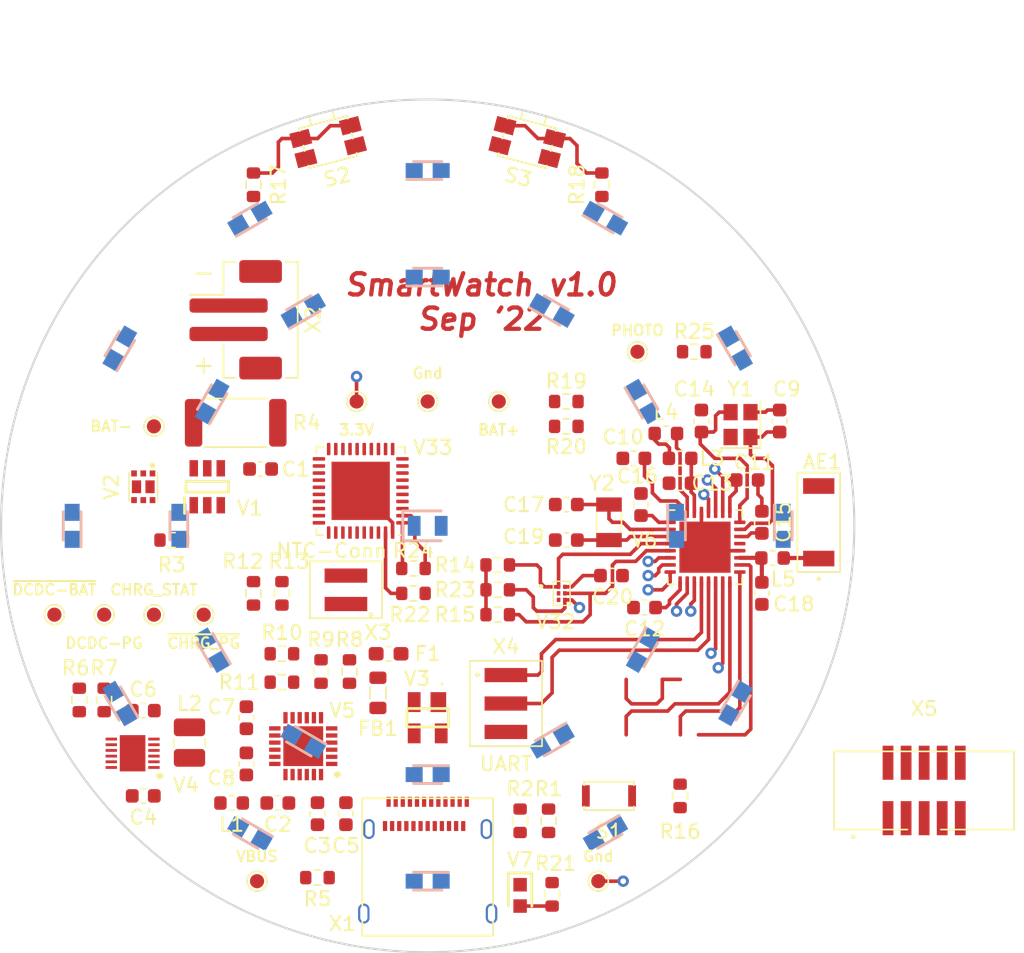
<source format=kicad_pcb>
(kicad_pcb (version 20211014) (generator pcbnew)
  (title_block (title "SmartWatch") (date "2022-09-02") (rev "0.1") (comment 4 "Simon Brenninger"))
  (layers (0 "F.Cu" signal) (1 "In1.Cu" power) (2 "In2.Cu" power) (31 "B.Cu" signal) (34 "B.Paste" user) (35 "F.Paste" user) (36 "B.SilkS" user "B.Silkscreen") (37 "F.SilkS" user "F.Silkscreen") (38 "B.Mask" user) (39 "F.Mask" user) (44 "Edge.Cuts" user))
  (net 0 "")
  (net 1 "Net-(C1-Pad1)")
  (net 2 "BAT-")
  (net 3 "Net-(C2-Pad1)")
  (net 4 "Net-(C2-Pad2)")
  (net 5 "/Power/PMID")
  (net 6 "BAT_PROT-")
  (net 7 "3.3V")
  (net 8 "CHRG_OUT")
  (net 9 "BAT_PROT+")
  (net 10 "/MCU/DEC4")
  (net 11 "/MCU/DEC3")
  (net 12 "HSE1")
  (net 13 "/MCU/DEC1")
  (net 14 "HSE2")
  (net 15 "LSE1")
  (net 16 "LSE2")
  (net 17 "Net-(L2-Pad1)")
  (net 18 "Net-(L2-Pad2)")
  (net 19 "Net-(L3-Pad1)")
  (net 20 "/MCU/DCC")
  (net 21 "/Power/CC2")
  (net 22 "/Power/CC1")
  (net 23 "Net-(R3-Pad2)")
  (net 24 "/Power/Shield")
  (net 25 "Net-(R6-Pad1)")
  (net 26 "Net-(R7-Pad1)")
  (net 27 "/Power/CHRG_STAT")
  (net 28 "/Power/~{CHRG_PG}")
  (net 29 "/Power/ILIM")
  (net 30 "/Power/ICHG")
  (net 31 "REGN")
  (net 32 "/Power/NTC_IN")
  (net 33 "SCL")
  (net 34 "SDA")
  (net 35 "NRST")
  (net 36 "BTN0")
  (net 37 "BTN1")
  (net 38 "BAT_SENS")
  (net 39 "Net-(R21-Pad2)")
  (net 40 "Net-(R22-Pad2)")
  (net 41 "GYRO_INT")
  (net 42 "Net-(R24-Pad2)")
  (net 43 "PHOTO")
  (net 44 "VBUS")
  (net 45 "Net-(V1-Pad1)")
  (net 46 "Net-(V1-Pad3)")
  (net 48 "Net-(V2-Pad3)")
  (net 49 "USB_D-")
  (net 50 "USB_D+")
  (net 52 "RXD")
  (net 53 "TXD")
  (net 54 "CS_IO")
  (net 55 "MISO")
  (net 56 "MOSI")
  (net 57 "SCK")
  (net 58 "DBG_LED")
  (net 59 "SWDCLK")
  (net 60 "SWDIO")
  (net 62 "Ring0_0")
  (net 63 "Ring0_1")
  (net 64 "Ring0_2")
  (net 65 "Ring0_3")
  (net 66 "Ring0_4")
  (net 67 "Ring0_5")
  (net 68 "Ring0_6")
  (net 69 "Ring0_7")
  (net 70 "Ring0_8")
  (net 71 "Ring0_9")
  (net 72 "Ring0_10")
  (net 73 "Ring0_11")
  (net 74 "Ring1_0")
  (net 75 "Ring1_1")
  (net 76 "Ring1_2")
  (net 77 "Ring1_3")
  (net 78 "Ring1_4")
  (net 79 "Ring1_5")
  (net 80 "Ring1_6")
  (net 81 "Ring1_7")
  (net 82 "Ring1_8")
  (net 83 "Ring1_9")
  (net 84 "Ring1_10")
  (net 85 "Ring1_11")
  (net 96 "/MCU/ANT_IN")
  (net 97 "/MCU/ANT_TP")
  (net 98 "Net-(F1-Pad2)")
  (net 99 "VBUS_CONN")
  (footprint "myLib:PinHeader_2x05_P1.27mm_Vertical_SMD" (layer "F.Cu") (at 184.912 118.618)
    (fp_text reference "X5")
    (fp_text value "SWD")
  )
  (footprint "LED red:LEDC1608X80N" (layer "F.Cu") (at 156.5 126 -90)
    (fp_text reference "V7")
    (fp_text value "DBG_LED" hide)
  )
  (footprint "Crystal:Crystal_SMD_3215-2Pin_3.2x1.5mm" (layer "F.Cu") (at 162.75 99.75 -90)
    (fp_text reference "Y2")
    (fp_text value "32.768k" hide)
  )
  (footprint "Charger:QFN50P400X400X100-25N" (layer "F.Cu") (at 141.25 115.5 180)
    (fp_text reference "V5")
    (fp_text value "BQ25606RGET" hide)
  )
  (footprint "Capacitor_SMD:C_0603_1608Metric" (layer "F.Cu") (at 164.5 95.25 180)
    (fp_text reference "C10")
    (fp_text value "4u7" hide)
  )
  (footprint "TestPoint:TestPoint_Pad_D1.0mm" (layer "F.Cu") (at 150 91.25)
    (fp_text reference "TP2" hide)
    (fp_text value "Gnd")
  )
  (footprint "Connector_JST:JST_PH_B2B-PH-SM4-TB_1x02-1MP_P2.00mm_Vertical" (layer "F.Cu") (at 136.5 85.5 -90)
    (fp_text reference "X2")
    (fp_text value "Bat-Conn")
  )
  (footprint "Resistor_SMD:R_0603_1608Metric" (layer "F.Cu") (at 168.75 87.75)
    (fp_text reference "R25")
    (fp_text value "2k7")
  )
  (footprint "Gyroscope:MXC4005XC" (layer "F.Cu") (at 159.425 104.75)
    (fp_text reference "V32")
    (fp_text value "MXC4005XC" hide)
  )
  (footprint "Capacitor_SMD:C_0603_1608Metric" (layer "F.Cu") (at 144.25 120.25 -90)
    (fp_text reference "C5")
    (fp_text value "1u")
  )
  (footprint "Resistor_SMD:R_0603_1608Metric" (layer "F.Cu") (at 154.925 104.5)
    (fp_text reference "R23")
    (fp_text value "4k7" hide)
  )
  (footprint "Resistor_SMD:R_0603_1608Metric" (layer "F.Cu") (at 127.25 112.25 90)
    (fp_text reference "R7")
    (fp_text value "10k")
  )
  (footprint "TestPoint:TestPoint_Pad_D1.0mm" (layer "F.Cu") (at 134.25 106.25)
    (fp_text reference "TP10" hide)
    (fp_text value "~{CHRG_PG}")
  )
  (footprint "Capacitor_SMD:C_0603_1608Metric" (layer "F.Cu") (at 162.925 103.5)
    (fp_text reference "C20")
    (fp_text value "4u7" hide)
  )
  (footprint "Resistor_SMD:R_0603_1608Metric" (layer "F.Cu") (at 162.25 76 90)
    (fp_text reference "R18")
    (fp_text value "10k")
  )
  (footprint "Resistor_SMD:R_0603_1608Metric" (layer "F.Cu") (at 158.5 120.75 90)
    (fp_text reference "R1")
    (fp_text value "5k11" hide)
  )
  (footprint "myLib:Tactile_Panasonic_EVQP7J01P" (layer "F.Cu") (at 157 73 165.5)
    (fp_text reference "S3")
    (fp_text value "BTN1")
  )
  (footprint "Capacitor_SMD:C_0603_1608Metric" (layer "F.Cu") (at 165 98.5 90)
    (fp_text reference "C16")
    (fp_text value "100n" hide)
  )
  (footprint "Package_DFN_QFN:QFN-32-1EP_5x5mm_P0.5mm_EP3.6x3.6mm" (layer "F.Cu") (at 169.5 101.5)
    (fp_text reference "V6")
    (fp_text value "nRF52810-QCxx" hide)
  )
  (footprint "Resistor_SMD:R_0603_1608Metric" (layer "F.Cu") (at 139.75 104.75 90)
    (fp_text reference "R13")
    (fp_text value "30k")
  )
  (footprint "Capacitor_SMD:C_0603_1608Metric" (layer "F.Cu") (at 174.75 92.625 -90)
    (fp_text reference "C9")
    (fp_text value "12p" hide)
  )
  (footprint "Resistor_SMD:R_0603_1608Metric" (layer "F.Cu") (at 137.75 76 90)
    (fp_text reference "R17")
    (fp_text value "10k")
  )
  (footprint "TestPoint:TestPoint_Pad_D1.0mm" (layer "F.Cu") (at 162 125)
    (fp_text reference "TP6" hide)
    (fp_text value "Gnd")
  )
  (footprint "Resistor_SMD:R_0603_1608Metric" (layer "F.Cu") (at 159.75 93 180)
    (fp_text reference "R20")
    (fp_text value "100k")
  )
  (footprint "Resistor_SMD:R_0603_1608Metric" (layer "F.Cu") (at 156.5 120.75 90)
    (fp_text reference "R2")
    (fp_text value "5k11" hide)
  )
  (footprint "myLib:USB_C_Receptacle_Amphenol_12401598" (layer "F.Cu") (at 150 123.58)
    (fp_text reference "X1")
    (fp_text value "USB_C_Receptacle_USB2.0" hide)
  )
  (footprint "Inductor_SMD:L_1008_2520Metric" (layer "F.Cu") (at 133.25 115.25 90)
    (fp_text reference "L2")
    (fp_text value "2u2")
  )
  (footprint "TestPoint:TestPoint_Pad_D1.0mm" (layer "F.Cu") (at 130.75 93)
    (fp_text reference "TP4" hide)
    (fp_text value "BAT-")
  )
  (footprint "myLib:Tactile_E-Switch_TL3780AF240QG" (layer "F.Cu") (at 162.75 119)
    (fp_text reference "S1")
    (fp_text value "nRST")
  )
  (footprint "Capacitor_SMD:C_0603_1608Metric" (layer "F.Cu") (at 138.25 96 180)
    (fp_text reference "C1")
    (fp_text value "100n")
  )
  (footprint "myLib:Tactile_Panasonic_EVQP7J01P" (layer "F.Cu") (at 143 73 -165.5)
    (fp_text reference "S2")
    (fp_text value "BTN0")
  )
  (footprint "Capacitor_SMD:C_0603_1608Metric" (layer "F.Cu") (at 173.5 99.75 90)
    (fp_text reference "C15")
    (fp_text value "100p" hide)
  )
  (footprint "Inductor_SMD:L_0603_1608Metric" (layer "F.Cu") (at 136.2125 119.5 180)
    (fp_text reference "L1")
    (fp_text value "1u")
  )
  (footprint "Capacitor_SMD:C_0603_1608Metric" (layer "F.Cu") (at 137.25 116.75 -90)
    (fp_text reference "C8")
    (fp_text value "10u")
  )
  (footprint "Resistor_SMD:R_0603_1608Metric" (layer "F.Cu") (at 158.75 125.925 -90)
    (fp_text reference "R21")
    (fp_text value "330R" hide)
  )
  (footprint "TestPoint:TestPoint_Pad_D1.0mm" (layer "F.Cu") (at 155 91.25)
    (fp_text reference "TP3" hide)
    (fp_text value "BAT+")
  )
  (footprint "Inductor_SMD:L_0805_2012Metric" (layer "F.Cu") (at 146.5 111.75 -90)
    (fp_text reference "FB1")
    (fp_text value "FerriteBead_Small")
  )
  (footprint "TestPoint:TestPoint_Pad_D1.0mm" (layer "F.Cu") (at 145 91.25)
    (fp_text reference "TP1" hide)
    (fp_text value "3.3V")
  )
  (footprint "TestPoint:TestPoint_Pad_D1.0mm" (layer "F.Cu") (at 138 125)
    (fp_text reference "TP5" hide)
    (fp_text value "VBUS")
  )
  (footprint "Resistor_SMD:R_0603_1608Metric" (layer "F.Cu") (at 149 103)
    (fp_text reference "R24")
    (fp_text value "10k" hide)
  )
  (footprint "Package_DFN_QFN:HVQFN-40-1EP_6x6mm_P0.5mm_EP4.1x4.1mm" (layer "F.Cu") (at 145.288 97.536 180)
    (fp_text reference "V33")
    (fp_text value "PCA9957HNMP")
  )
  (footprint "Capacitor_SMD:C_0603_1608Metric" (layer "F.Cu") (at 139.4625 119.5 180)
    (fp_text reference "C2")
    (fp_text value "4u7")
  )
  (footprint "Crystal:Crystal_SMD_2520-4Pin_2.5x2.0mm" (layer "F.Cu") (at 172 92.875 90)
    (fp_text reference "Y1")
    (fp_text value "32MHz" hide)
  )
  (footprint "Resistor_SMD:R_0603_1608Metric" (layer "F.Cu") (at 149 104.75 180)
    (fp_text reference "R22")
    (fp_text value "2k" hide)
  )
  (footprint "TestPoint:TestPoint_Pad_D1.0mm" (layer "F.Cu") (at 123.75 106.25)
    (fp_text reference "TP7" hide)
    (fp_text value "~{DCDC-BAT}")
  )
  (footprint "Capacitor_SMD:C_0603_1608Metric" (layer "F.Cu") (at 130 113 180)
    (fp_text reference "C6")
    (fp_text value "10u")
  )
  (footprint "TestPoint:TestPoint_Pad_D1.0mm" (layer "F.Cu") (at 127.25 106.25)
    (fp_text reference "TP8" hide)
    (fp_text value "DCDC-PG")
  )
  (footprint "Capacitor_SMD:C_0603_1608Metric" (layer "F.Cu") (at 159.75 101)
    (fp_text reference "C19")
    (fp_text value "12p" hide)
  )
  (footprint "Resistor_SMD:R_0603_1608Metric" (layer "F.Cu") (at 137.75 104.75 -90)
    (fp_text reference "R12")
    (fp_text value "5k1")
  )
  (footprint "Resistor_SMD:R_0603_1608Metric" (layer "F.Cu") (at 132 101)
    (fp_text reference "R3")
    (fp_text value "2k7")
  )
  (footprint "Resistor_SMD:R_0603_1608Metric" (layer "F.Cu") (at 125.5 112.25 90)
    (fp_text reference "R6")
    (fp_text value "10k")
  )
  (footprint "Resistor_SMD:R_0603_1608Metric" (layer "F.Cu") (at 139.75 111)
    (fp_text reference "R11")
    (fp_text value "820R")
  )
  (footprint "Inductor_SMD:L_0603_1608Metric" (layer "F.Cu") (at 167.75 95.25)
    (fp_text reference "L3")
    (fp_text value "15n" hide)
  )
  (footprint "Resistor_SMD:R_0603_1608Metric" (layer "F.Cu") (at 142.25 124.75 180)
    (fp_text reference "R5")
    (fp_text value "0R")
  )
  (footprint "ESD:SP0503BAHTG" (layer "F.Cu") (at 150 113.5 180)
    (fp_text reference "V3")
    (fp_text value "SP0503BAHTG" hide)
  )
  (footprint "Mosfet:SSM6N68NULF" (layer "F.Cu") (at 130 97.25 180)
    (fp_text reference "V2")
    (fp_text value "SSM6N68NU,LF" hide)
  )
  (footprint "Capacitor_SMD:C_0603_1608Metric" (layer "F.Cu") (at 165.25 105.75 180)
    (fp_text reference "C12")
    (fp_text value "100n" hide)
  )
  (footprint "DC-DC:SON40P300X300X75-13N" (layer "F.Cu") (at 129.25 116 180)
    (fp_text reference "V4")
    (fp_text value "ISL9110IRT7Z-T7A" hide)
  )
  (footprint "Inductor_SMD:L_0603_1608Metric" (layer "F.Cu") (at 174.25 102.262 180)
    (fp_text reference "L5")
    (fp_text value "3n9" hide)
  )
  (footprint "TestPoint:TestPoint_Pad_D1.0mm" (layer "F.Cu") (at 130.75 106.25)
    (fp_text reference "TP9" hide)
    (fp_text value "CHRG_STAT")
  )
  (footprint "Capacitor_SMD:C_0603_1608Metric" (layer "F.Cu") (at 167.75 97 180)
    (fp_text reference "C13")
    (fp_text value "1u" hide)
  )
  (footprint "Resistor_SMD:R_0603_1608Metric" (layer "F.Cu") (at 159.75 91.25)
    (fp_text reference "R19")
    (fp_text value "33k")
  )
  (footprint "myLib:PinHeader_P2mm_1x03_SMD" (layer "F.Cu") (at 155.5 112.5 -90)
    (fp_text reference "X4")
    (fp_text value "UART")
  )
  (footprint "Resistor_SMD:R_0603_1608Metric" (layer "F.Cu") (at 167.75 119 90)
    (fp_text reference "R16")
    (fp_text value "10k" hide)
  )
  (footprint "TestPoint:TestPoint_Pad_D1.0mm" (layer "F.Cu") (at 164.75 87.75)
    (fp_text reference "TP11" hide)
    (fp_text value "PHOTO")
  )
  (footprint "myLib:PinHeader_P2mm_1x02_SMD" (layer "F.Cu") (at 144.25 104.5 90)
    (fp_text reference "X3")
    (fp_text value "NTC-Conn")
  )
  (footprint "Protection:SOT95P285X140-6N" (layer "F.Cu") (at 134.5 97.25 90)
    (fp_text reference "V1")
    (fp_text value "AP9101CAK6-ABTRG1" hide)
  )
  (footprint "Resistor_SMD:R_0603_1608Metric" (layer "F.Cu") (at 144.5 110.25 -90)
    (fp_text reference "R8")
    (fp_text value "10k")
  )
  (footprint "Inductor_SMD:L_0603_1608Metric" (layer "F.Cu") (at 166.75 93.5 180)
    (fp_text reference "L4")
    (fp_text value "10u" hide)
  )
  (footprint "Resistor_SMD:R_0603_1608Metric" (layer "F.Cu") (at 154.925 106.25)
    (fp_text reference "R15")
    (fp_text value "4k7" hide)
  )
  (footprint "Resistor_SMD:R_0603_1608Metric" (layer "F.Cu") (at 142.5 110.25 -90)
    (fp_text reference "R9")
    (fp_text value "10k")
  )
  (footprint "Capacitor_SMD:C_0603_1608Metric" (layer "F.Cu") (at 172.466 96.774)
    (fp_text reference "C11")
    (fp_text value "100n" hide)
  )
  (footprint "Resistor_SMD:R_2512_6332Metric" (layer "F.Cu") (at 136.5 92.75 180)
    (fp_text reference "R4")
    (fp_text value "330R")
  )
  (footprint "myLib:Ignion_NN01-102_BT_WIFI" (layer "F.Cu") (at 177.5 99.75 90)
    (fp_text reference "AE1")
    (fp_text value "Antenna_Chip" hide)
  )
  (footprint "Capacitor_SMD:C_0603_1608Metric" (layer "F.Cu") (at 137.25 113.5 90)
    (fp_text reference "C7")
    (fp_text value "10u")
  )
  (footprint "Capacitor_SMD:C_0603_1608Metric" (layer "F.Cu") (at 159.75 98.5)
    (fp_text reference "C17")
    (fp_text value "12p" hide)
  )
  (footprint "Capacitor_SMD:C_0603_1608Metric" (layer "F.Cu") (at 130 119)
    (fp_text reference "C4")
    (fp_text value "10u")
  )
  (footprint "Capacitor_SMD:C_0603_1608Metric" (layer "F.Cu") (at 173.5 104.75 -90)
    (fp_text reference "C18")
    (fp_text value "0.8p" hide)
  )
  (footprint "Resistor_SMD:R_0603_1608Metric" (layer "F.Cu") (at 154.925 102.75)
    (fp_text reference "R14")
    (fp_text value "4k7" hide)
  )
  (footprint "Capacitor_SMD:C_0603_1608Metric" (layer "F.Cu") (at 169.25 92.625 -90)
    (fp_text reference "C14")
    (fp_text value "12p" hide)
  )
  (footprint "Capacitor_SMD:C_0603_1608Metric" (layer "F.Cu") (at 142.25 120.25 -90)
    (fp_text reference "C3")
    (fp_text value "10u")
  )
  (footprint "Resistor_SMD:R_0603_1608Metric" (layer "F.Cu") (at 139.75 109)
    (fp_text reference "R10")
    (fp_text value "1k")
  )
  (footprint "Fuse:Fuse_0603_1608Metric_Pad1.05x0.95mm_HandSolder" (layer "F.Cu") (at 147.25 109 180)
    (fp_text reference "F1")
    (fp_text value "Fuse_1A")
  )
  (footprint "LED green:LEDM2012X80N" (layer "B.Cu") (at 175 100 -90)
    (fp_text reference "V17")
    (fp_text value "green" hide)
  )
  (footprint "LED green:LEDM2012X80N" (layer "B.Cu") (at 150 125 180)
    (fp_text reference "V14")
    (fp_text value "green" hide)
  )
  (footprint "LED green:LEDM2012X80N" (layer "B.Cu") (at 137.5 121.651 150)
    (fp_text reference "V13")
    (fp_text value "green" hide)
  )
  (footprint "LED green:LEDM2012X80N" (layer "B.Cu") (at 171.651 87.5 -60)
    (fp_text reference "V18")
    (fp_text value "green" hide)
  )
  (footprint "LED green:LEDM2012X80N" (layer "B.Cu") (at 167.5 100 -90)
    (fp_text reference "V29")
    (fp_text value "green" hide)
  )
  (footprint "LED green:LEDM2012X80N" (layer "B.Cu") (at 141.25 115.155 150)
    (fp_text reference "V25")
    (fp_text value "green" hide)
  )
  (footprint "LED green:LEDM2012X80N" (layer "B.Cu") (at 128.349 87.5 60)
    (fp_text reference "V10")
    (fp_text value "green" hide)
  )
  (footprint "LED green:LEDM2012X80N" (layer "B.Cu") (at 162.5 78.349 -30)
    (fp_text reference "V19")
    (fp_text value "green" hide)
  )
  (footprint "LED green:LEDM2012X80N" (layer "B.Cu") (at 162.5 121.651 -150)
    (fp_text reference "V15")
    (fp_text value "green" hide)
  )
  (footprint "LED green:LEDM2012X80N" (layer "B.Cu") (at 137.5 78.349 30)
    (fp_text reference "V9")
    (fp_text value "green" hide)
  )
  (footprint "LED green:LEDM2012X80N" (layer "B.Cu") (at 171.651 112.5 -120)
    (fp_text reference "V16")
    (fp_text value "green" hide)
  )
  (footprint "LED green:LEDM2012X80N" (layer "B.Cu") (at 158.75 84.845 -30)
    (fp_text reference "V31")
    (fp_text value "green" hide)
  )
  (footprint "LED green:LEDM2012X80N" (layer "B.Cu") (at 165.155 91.25 -60)
    (fp_text reference "V30")
    (fp_text value "green" hide)
  )
  (footprint "LED green:LEDM2012X80N" (layer "B.Cu") (at 141.25 84.845 30)
    (fp_text reference "V21")
    (fp_text value "green" hide)
  )
  (footprint "LED green:LEDM2012X80N" (layer "B.Cu") (at 158.75 115.155 -150)
    (fp_text reference "V27")
    (fp_text value "green" hide)
  )
  (footprint "LED green:LEDM2012X80N" (layer "B.Cu") (at 165.155 108.75 -120)
    (fp_text reference "V28")
    (fp_text value "green" hide)
  )
  (footprint "Phototransistor:LEDC2012X95N" (layer "B.Cu") (at 150 100)
    (fp_text reference "V34")
    (fp_text value "SFH 3710" hide)
  )
  (footprint "LED green:LEDM2012X80N" (layer "B.Cu") (at 128.349 112.5 120)
    (fp_text reference "V12")
    (fp_text value "green" hide)
  )
  (footprint "LED green:LEDM2012X80N" (layer "B.Cu") (at 132.5 100 90)
    (fp_text reference "V23")
    (fp_text value "green" hide)
  )
  (footprint "LED green:LEDM2012X80N" (layer "B.Cu") (at 134.845 108.75 120)
    (fp_text reference "V24")
    (fp_text value "green" hide)
  )
  (footprint "LED green:LEDM2012X80N" (layer "B.Cu") (at 150 75)
    (fp_text reference "V8")
    (fp_text value "green" hide)
  )
  (footprint "LED green:LEDM2012X80N" (layer "B.Cu") (at 150 82.5)
    (fp_text reference "V20")
    (fp_text value "green" hide)
  )
  (footprint "LED green:LEDM2012X80N" (layer "B.Cu") (at 134.845 91.25 60)
    (fp_text reference "V22")
    (fp_text value "green" hide)
  )
  (footprint "LED green:LEDM2012X80N" (layer "B.Cu") (at 125 100 90)
    (fp_text reference "V11")
    (fp_text value "green" hide)
  )
  (footprint "LED green:LEDM2012X80N" (layer "B.Cu") (at 150 117.5 180)
    (fp_text reference "V26")
    (fp_text value "green" hide)
  )
  (gr_line (start 134.25 88.25) (end 134.25 89.25) (layer "F.SilkS") (width 0.15))
  (gr_line (start 133.75 82.25) (end 134.75 82.25) (layer "F.SilkS") (width 0.15))
  (gr_line (start 133.75 88.75) (end 134.75 88.75) (layer "F.SilkS") (width 0.15))
  (gr_circle locked (center 150 100) (end 180 100) (layer "Edge.Cuts") (width 0.15) (fill none))
  (gr_text "SmartWatch v1.0\nSep '22" (at 153.75 84.25) (layer "F.Cu") (effects (font (size 1.5 1.5) (thickness 0.3) italic)))
  (segment (start 147.538 100.4735) (end 147.531 100.4665) (width 0.254) (layer "F.Cu") (net 6))
  (segment (start 173.5 98.062) (end 173.228 97.79) (width 0.254) (layer "F.Cu") (net 6))
  (segment (start 164.338 112.522) (end 163.96 112.144) (width 0.254) (layer "F.Cu") (net 6))
  (segment (start 166.5 110.8) (end 166.5 112.138) (width 0.254) (layer "F.Cu") (net 6))
  (segment (start 166.5 112.138) (end 166.116 112.522) (width 0.254) (layer "F.Cu") (net 6))
  (segment (start 173.5 98.975) (end 173.5 98.062) (width 0.254) (layer "F.Cu") (net 6))
  (segment (start 162 125) (end 163.75 125) (width 0.254) (layer "F.Cu") (net 6))
  (segment (start 174.75 91.85) (end 173.9 91.85) (width 0.254) (layer "F.Cu") (net 6))
  (segment (start 171.95 101.75) (end 169.75 101.75) (width 0.254) (layer "F.Cu") (net 6))
  (segment (start 173.9 91.85) (end 173.75 92) (width 0.254) (layer "F.Cu") (net 6))
  (segment (start 167.77 110.8) (end 166.5 110.8) (width 0.254) (layer "F.Cu") (net 6))
  (segment (start 147.531 99.779) (end 145.288 97.536) (width 0.254) (layer "F.Cu") (net 6))
  (segment (start 166.116 112.522) (end 164.338 112.522) (width 0.254) (layer "F.Cu") (net 6))
  (segment (start 169.25 99.05) (end 169.25 101.25) (width 0.254) (layer "F.Cu") (net 6))
  (segment (start 169.75 101.75) (end 169.5 101.5) (width 0.254) (layer "F.Cu") (net 6))
  (segment (start 173.228 97.79) (end 173.228 96.787) (width 0.254) (layer "F.Cu") (net 6))
  (segment (start 169.25 101.25) (end 169.5 101.5) (width 0.254) (layer "F.Cu") (net 6))
  (segment (start 147.531 100.4665) (end 147.531 99.779) (width 0.254) (layer "F.Cu") (net 6))
  (segment (start 173.228 96.787) (end 173.241 96.774) (width 0.254) (layer "F.Cu") (net 6))
  (segment (start 173.75 92) (end 172.7 92) (width 0.254) (layer "F.Cu") (net 6))
  (segment (start 163.96 112.144) (end 163.96 110.8) (width 0.254) (layer "F.Cu") (net 6))
  (via (at 163.75 125) (size 0.8) (drill 0.4) (layers "F.Cu" "B.Cu") (net 6))
  (segment (start 165.802 97.682) (end 165.802 97.052) (width 0.254) (layer "F.Cu") (net 7))
  (segment (start 167.75 99.05) (end 167.75 98.5) (width 0.254) (layer "F.Cu") (net 7))
  (segment (start 154.1 102.75) (end 154.1 106.25) (width 0.254) (layer "F.Cu") (net 7))
  (segment (start 167.5 98.25) (end 166.37 98.25) (width 0.254) (layer "F.Cu") (net 7))
  (segment (start 148.2255 102.9495) (end 148.175 103) (width 0.254) (layer "F.Cu") (net 7))
  (segment (start 165.25 96.5) (end 165.25 95.275) (width 0.254) (layer "F.Cu") (net 7))
  (segment (start 167.75 98.5) (end 167.5 98.25) (width 0.254) (layer "F.Cu") (net 7))
  (segment (start 148.2255 99.786) (end 148.2255 102.9495) (width 0.254) (layer "F.Cu") (net 7))
  (segment (start 165.802 97.052) (end 165.25 96.5) (width 0.254) (layer "F.Cu") (net 7))
  (segment (start 171.25 99.05) (end 171.25 97.99) (width 0.254) (layer "F.Cu") (net 7))
  (segment (start 167 105.25) (end 167.75 104.5) (width 0.254) (layer "F.Cu") (net 7))
  (segment (start 145 89.5) (end 145 91.25) (width 0.254) (layer "F.Cu") (net 7))
  (segment (start 167 105.5) (end 167 105.25) (width 0.254) (layer "F.Cu") (net 7))
  (segment (start 166.37 98.25) (end 165.802 97.682) (width 0.254) (layer "F.Cu") (net 7))
  (segment (start 165.25 95.275) (end 165.275 95.25) (width 0.254) (layer "F.Cu") (net 7))
  (segment (start 171.691 97.549) (end 171.691 96.774) (width 0.254) (layer "F.Cu") (net 7))
  (segment (start 171.25 96.775) (end 171.225 96.75) (width 0.254) (layer "F.Cu") (net 7))
  (segment (start 171.25 97.99) (end 171.691 97.549) (width 0.254) (layer "F.Cu") (net 7))
  (segment (start 167.75 104.5) (end 167.75 103.95) (width 0.254) (layer "F.Cu") (net 7))
  (segment (start 166.75 105.75) (end 167 105.5) (width 0.254) (layer "F.Cu") (net 7))
  (segment (start 166.025 105.75) (end 166.75 105.75) (width 0.254) (layer "F.Cu") (net 7))
  (segment (start 159.645 104.29) (end 160.135 104.29) (width 0.254) (layer "F.Cu") (net 7))
  (segment (start 160.925 103.5) (end 162.15 103.5) (width 0.254) (layer "F.Cu") (net 7))
  (segment (start 160.135 104.29) (end 160.925 103.5) (width 0.254) (layer "F.Cu") (net 7))
  (via (at 145 89.5) (size 0.8) (drill 0.4) (layers "F.Cu" "B.Cu") (net 7))
  (segment (start 168.5375 95.25) (end 168.5375 96.9875) (width 0.254) (layer "F.Cu") (net 10))
  (segment (start 168.75 99.05) (end 168.75 97.838592) (width 0.254) (layer "F.Cu") (net 10))
  (segment (start 168.75 97.838592) (end 168.525 97.613592) (width 0.254) (layer "F.Cu") (net 10))
  (segment (start 168.5375 96.9875) (end 168.525 97) (width 0.254) (layer "F.Cu") (net 10))
  (segment (start 168.525 97.613592) (end 168.525 97) (width 0.254) (layer "F.Cu") (net 10))
  (segment (start 173.475 100.5) (end 173.5 100.525) (width 0.254) (layer "F.Cu") (net 11))
  (segment (start 171.95 100.75) (end 172.5 100.75) (width 0.254) (layer "F.Cu") (net 11))
  (segment (start 172.75 100.5) (end 173.475 100.5) (width 0.254) (layer "F.Cu") (net 11))
  (segment (start 172.5 100.75) (end 172.75 100.5) (width 0.254) (layer "F.Cu") (net 11))
  (segment (start 172.974 95.25) (end 172.7 94.976) (width 0.254) (layer "F.Cu") (net 12))
  (segment (start 173.5 93.75) (end 173.85 93.4) (width 0.254) (layer "F.Cu") (net 12))
  (segment (start 173.736 95.25) (end 172.974 95.25) (width 0.254) (layer "F.Cu") (net 12))
  (segment (start 172.729841 99.822) (end 172.974 99.822) (width 0.254) (layer "F.Cu") (net 12))
  (segment (start 172.7 94.976) (end 172.7 93.75) (width 0.254) (layer "F.Cu") (net 12))
  (segment (start 172.301841 100.25) (end 172.729841 99.822) (width 0.254) (layer "F.Cu") (net 12))
  (segment (start 171.95 100.25) (end 172.301841 100.25) (width 0.254) (layer "F.Cu") (net 12))
  (segment (start 172.978 99.818) (end 173.994 99.818) (width 0.254) (layer "F.Cu") (net 12))
  (segment (start 172.7 93.75) (end 173.5 93.75) (width 0.254) (layer "F.Cu") (net 12))
  (segment (start 174.244 95.758) (end 173.736 95.25) (width 0.254) (layer "F.Cu") (net 12))
  (segment (start 172.974 99.822) (end 172.978 99.818) (width 0.254) (layer "F.Cu") (net 12))
  (segment (start 174.244 99.568) (end 174.244 95.758) (width 0.254) (layer "F.Cu") (net 12))
  (segment (start 173.994 99.818) (end 174.244 99.568) (width 0.254) (layer "F.Cu") (net 12))
  (segment (start 173.85 93.4) (end 174.75 93.4) (width 0.254) (layer "F.Cu") (net 12))
  (segment (start 165 99.275) (end 165.775 99.275) (width 0.254) (layer "F.Cu") (net 13))
  (segment (start 165.775 99.275) (end 166.25 99.75) (width 0.254) (layer "F.Cu") (net 13))
  (segment (start 166.25 99.75) (end 167.05 99.75) (width 0.254) (layer "F.Cu") (net 13))
  (segment (start 172.466 98.044) (end 172.466 95.758) (width 0.254) (layer "F.Cu") (net 14))
  (segment (start 170.1 93.4) (end 170.25 93.25) (width 0.254) (layer "F.Cu") (net 14))
  (segment (start 171.958 95.25) (end 170.18 95.25) (width 0.254) (layer "F.Cu") (net 14))
  (segment (start 169.25 93.4) (end 170.1 93.4) (width 0.254) (layer "F.Cu") (net 14))
  (segment (start 170.25 92.25) (end 170.5 92) (width 0.254) (layer "F.Cu") (net 14))
  (segment (start 170.5 92) (end 171.3 92) (width 0.254) (layer "F.Cu") (net 14))
  (segment (start 172.466 95.758) (end 171.958 95.25) (width 0.254) (layer "F.Cu") (net 14))
  (segment (start 169.164 94.234) (end 169.164 93.486) (width 0.254) (layer "F.Cu") (net 14))
  (segment (start 170.25 93.25) (end 170.25 92.25) (width 0.254) (layer "F.Cu") (net 14))
  (segment (start 170.18 95.25) (end 169.164 94.234) (width 0.254) (layer "F.Cu") (net 14))
  (segment (start 169.164 93.486) (end 169.25 93.4) (width 0.254) (layer "F.Cu") (net 14))
  (segment (start 171.95 99.75) (end 171.95 98.56) (width 0.254) (layer "F.Cu") (net 14))
  (segment (start 171.95 98.56) (end 172.466 98.044) (width 0.254) (layer "F.Cu") (net 14))
  (segment (start 160.525 98.5) (end 162.75 98.5) (width 0.254) (layer "F.Cu") (net 15))
  (segment (start 163 99.75) (end 163.7385 99.75) (width 0.254) (layer "F.Cu") (net 15))
  (segment (start 164.2385 100.25) (end 167.05 100.25) (width 0.254) (layer "F.Cu") (net 15))
  (segment (start 162.75 98.5) (end 162.75 99.5) (width 0.254) (layer "F.Cu") (net 15))
  (segment (start 163.7385 99.75) (end 164.2385 100.25) (width 0.254) (layer "F.Cu") (net 15))
  (segment (start 162.75 99.5) (end 163 99.75) (width 0.254) (layer "F.Cu") (net 15))
  (segment (start 164 101) (end 162.75 101) (width 0.254) (layer "F.Cu") (net 16))
  (segment (start 167.05 100.75) (end 164.25 100.75) (width 0.254) (layer "F.Cu") (net 16))
  (segment (start 162.75 101) (end 160.525 101) (width 0.254) (layer "F.Cu") (net 16))
  (segment (start 164.25 100.75) (end 164 101) (width 0.254) (layer "F.Cu") (net 16))
  (segment (start 166.25 94.25) (end 166.75 94.25) (width 0.254) (layer "F.Cu") (net 19))
  (segment (start 167 94.5) (end 167 95.2125) (width 0.254) (layer "F.Cu") (net 19))
  (segment (start 165.9625 93.5) (end 165.9625 93.9625) (width 0.254) (layer "F.Cu") (net 19))
  (segment (start 166.75 94.25) (end 167 94.5) (width 0.254) (layer "F.Cu") (net 19))
  (segment (start 165.9625 93.9625) (end 166.25 94.25) (width 0.254) (layer "F.Cu") (net 19))
  (segment (start 167 95.2125) (end 166.9625 95.25) (width 0.254) (layer "F.Cu") (net 19))
  (segment (start 168.25 99.05) (end 168.25 97.977817) (width 0.25) (layer "F.Cu") (net 20))
  (segment (start 167.75 94.75) (end 167.5 94.5) (width 0.25) (layer "F.Cu") (net 20))
  (segment (start 167.75 97.477817) (end 167.75 94.75) (width 0.25) (layer "F.Cu") (net 20))
  (segment (start 167.5 94.5) (end 167.5 93.5375) (width 0.25) (layer "F.Cu") (net 20))
  (segment (start 167.5 93.5375) (end 167.5375 93.5) (width 0.25) (layer "F.Cu") (net 20))
  (segment (start 168.25 97.977817) (end 167.75 97.477817) (width 0.25) (layer "F.Cu") (net 20))
  (segment (start 164.25 102) (end 165 101.25) (width 0.254) (layer "F.Cu") (net 33))
  (segment (start 155.75 102.75) (end 157.675 102.75) (width 0.254) (layer "F.Cu") (net 33))
  (segment (start 165 101.25) (end 167.05 101.25) (width 0.254) (layer "F.Cu") (net 33))
  (segment (start 159.205 102.295) (end 159.5 102) (width 0.254) (layer "F.Cu") (net 33))
  (segment (start 159.205 104.29) (end 159.205 102.295) (width 0.254) (layer "F.Cu") (net 33))
  (segment (start 157.925 104) (end 158.215 104.29) (width 0.254) (layer "F.Cu") (net 33))
  (segment (start 158.215 104.29) (end 159.205 104.29) (width 0.254) (layer "F.Cu") (net 33))
  (segment (start 157.675 102.75) (end 157.925 103) (width 0.254) (layer "F.Cu") (net 33))
  (segment (start 159.5 102) (end 164.25 102) (width 0.254) (layer "F.Cu") (net 33))
  (segment (start 157.925 103) (end 157.925 104) (width 0.254) (layer "F.Cu") (net 33))
  (segment (start 156.925 106.75) (end 160.925 106.75) (width 0.254) (layer "F.Cu") (net 34))
  (segment (start 162.993 103.993) (end 162.993 102.757) (width 0.254) (layer "F.Cu") (net 34))
  (segment (start 155.75 106.25) (end 156.425 106.25) (width 0.254) (layer "F.Cu") (net 34))
  (segment (start 162.5 104.75) (end 163 104.25) (width 0.254) (layer "F.Cu") (net 34))
  (segment (start 162.5 104.75) (end 161.425 104.75) (width 0.254) (layer "F.Cu") (net 34))
  (segment (start 162.993 102.757) (end 163.25 102.5) (width 0.254) (layer "F.Cu") (net 34))
  (segment (start 161.425 104.75) (end 160.675 104.75) (width 0.254) (layer "F.Cu") (net 34))
  (segment (start 164.625 102.5) (end 163.25 102.5) (width 0.254) (layer "F.Cu") (net 34))
  (segment (start 160.925 106.75) (end 161.425 106.25) (width 0.254) (layer "F.Cu") (net 34))
  (segment (start 167.05 101.75) (end 165.375 101.75) (width 0.254) (layer "F.Cu") (net 34))
  (segment (start 156.425 106.25) (end 156.925 106.75) (width 0.254) (layer "F.Cu") (net 34))
  (segment (start 160.675 104.75) (end 159.645 104.75) (width 0.254) (layer "F.Cu") (net 34))
  (segment (start 161.425 106.25) (end 161.425 104.75) (width 0.254) (layer "F.Cu") (net 34))
  (segment (start 163 104) (end 162.993 103.993) (width 0.254) (layer "F.Cu") (net 34))
  (segment (start 163 104.25) (end 163 104) (width 0.254) (layer "F.Cu") (net 34))
  (segment (start 165.375 101.75) (end 164.625 102.5) (width 0.254) (layer "F.Cu") (net 34))
  (segment (start 171.25 111.706) (end 170.434 112.522) (width 0.254) (layer "F.Cu") (net 35))
  (segment (start 167.386 112.522) (end 166.878 113.03) (width 0.254) (layer "F.Cu") (net 35))
  (segment (start 170.434 112.522) (end 167.386 112.522) (width 0.254) (layer "F.Cu") (net 35))
  (segment (start 171.25 103.95) (end 171.25 111.706) (width 0.254) (layer "F.Cu") (net 35))
  (segment (start 163.96 113.408) (end 163.96 114.7) (width 0.254) (layer "F.Cu") (net 35))
  (segment (start 164.338 113.03) (end 163.96 113.408) (width 0.254) (layer "F.Cu") (net 35))
  (segment (start 166.878 113.03) (end 164.338 113.03) (width 0.254) (layer "F.Cu") (net 35))
  (segment (start 137.75 75.175) (end 139.075 75.175) (width 0.254) (layer "F.Cu") (net 36))
  (segment (start 139.075 75.175) (end 139.5 74.75) (width 0.254) (layer "F.Cu") (net 36))
  (segment (start 170.75 103.95) (end 170.75 109.666) (width 0.254) (layer "F.Cu") (net 36))
  (segment (start 142.252446 72.748777) (end 143.153814 71.847409) (width 0.254) (layer "F.Cu") (net 36))
  (segment (start 170.75 109.666) (end 170.434 109.982) (width 0.254) (layer "F.Cu") (net 36))
  (segment (start 139.5 73) (end 139.751223 72.748777) (width 0.254) (layer "F.Cu") (net 36))
  (segment (start 139.751223 72.748777) (end 141.075809 72.748777) (width 0.254) (layer "F.Cu") (net 36))
  (segment (start 143.153814 71.847409) (end 144.56114 71.847409) (width 0.254) (layer "F.Cu") (net 36))
  (segment (start 139.5 74.75) (end 139.5 73) (width 0.254) (layer "F.Cu") (net 36))
  (segment (start 141.075809 72.748777) (end 142.252446 72.748777) (width 0.254) (layer "F.Cu") (net 36))
  (via (at 170.434 109.982) (size 0.8) (drill 0.4) (layers "F.Cu" "B.Cu") (net 36))
  (segment (start 159.998777 72.748777) (end 158.924191 72.748777) (width 0.254) (layer "F.Cu") (net 37))
  (segment (start 161.175 75.175) (end 160.5 74.5) (width 0.254) (layer "F.Cu") (net 37))
  (segment (start 160.5 73.25) (end 159.998777 72.748777) (width 0.254) (layer "F.Cu") (net 37))
  (segment (start 156.847409 71.847409) (end 155.43886 71.847409) (width 0.254) (layer "F.Cu") (net 37))
  (segment (start 158.924191 72.748777) (end 157.748777 72.748777) (width 0.254) (layer "F.Cu") (net 37))
  (segment (start 162.25 75.175) (end 161.175 75.175) (width 0.254) (layer "F.Cu") (net 37))
  (segment (start 170.75 99.05) (end 170.75 96.563013) (width 0.254) (layer "F.Cu") (net 37))
  (segment (start 170.75 96.563013) (end 170.187595 96.000608) (width 0.254) (layer "F.Cu") (net 37))
  (segment (start 157.748777 72.748777) (end 156.847409 71.847409) (width 0.254) (layer "F.Cu") (net 37))
  (segment (start 160.5 74.5) (end 160.5 73.25) (width 0.254) (layer "F.Cu") (net 37))
  (via (at 170.187595 96.000608) (size 0.8) (drill 0.4) (layers "F.Cu" "B.Cu") (net 37))
  (segment (start 170.25 99.05) (end 170.25 97.352) (width 0.254) (layer "F.Cu") (net 38))
  (segment (start 170.25 97.352) (end 169.672 96.774) (width 0.254) (layer "F.Cu") (net 38))
  (via (at 169.672 96.774) (size 0.8) (drill 0.4) (layers "F.Cu" "B.Cu") (net 38))
  (segment (start 156.5 126.75) (end 158.75 126.75) (width 0.254) (layer "F.Cu") (net 39))
  (segment (start 147.422 104.75) (end 148.175 104.75) (width 0.254) (layer "F.Cu") (net 40))
  (segment (start 147.038 104.366) (end 147.422 104.75) (width 0.254) (layer "F.Cu") (net 40))
  (segment (start 147.038 100.4735) (end 147.038 104.366) (width 0.254) (layer "F.Cu") (net 40))
  (segment (start 165.5 102.5) (end 166 102.5) (width 0.254) (layer "F.Cu") (net 41))
  (segment (start 157.425 105) (end 157.425 105.75) (width 0.254) (layer "F.Cu") (net 41))
  (segment (start 159.425 106) (end 159.645 105.78) (width 0.254) (layer "F.Cu") (net 41))
  (segment (start 160.135 105.21) (end 159.645 105.21) (width 0.254) (layer "F.Cu") (net 41))
  (segment (start 160.675 105.75) (end 160.135 105.21) (width 0.254) (layer "F.Cu") (net 41))
  (segment (start 166.25 102.25) (end 167.05 102.25) (width 0.254) (layer "F.Cu") (net 41))
  (segment (start 157.675 106) (end 159.425 106) (width 0.254) (layer "F.Cu") (net 41))
  (segment (start 159.645 105.78) (end 159.645 105.21) (width 0.254) (layer "F.Cu") (net 41))
  (segment (start 157.425 105.75) (end 157.675 106) (width 0.254) (layer "F.Cu") (net 41))
  (segment (start 166 102.5) (end 166.25 102.25) (width 0.254) (layer "F.Cu") (net 41))
  (segment (start 155.75 104.5) (end 156.925 104.5) (width 0.254) (layer "F.Cu") (net 41))
  (segment (start 156.925 104.5) (end 157.425 105) (width 0.254) (layer "F.Cu") (net 41))
  (via (at 160.675 105.75) (size 0.8) (drill 0.4) (layers "F.Cu" "B.Cu") (net 41))
  (via (at 165.5 102.5) (size 0.8) (drill 0.4) (layers "F.Cu" "B.Cu") (net 41))
  (segment (start 149.098 101.092) (end 149.098 99.568) (width 0.254) (layer "F.Cu") (net 42))
  (segment (start 148.816 99.286) (end 148.2255 99.286) (width 0.254) (layer "F.Cu") (net 42))
  (segment (start 149.825 103) (end 149.825 101.819) (width 0.254) (layer "F.Cu") (net 42))
  (segment (start 149.098 99.568) (end 148.816 99.286) (width 0.254) (layer "F.Cu") (net 42))
  (segment (start 149.825 101.819) (end 149.098 101.092) (width 0.254) (layer "F.Cu") (net 42))
  (segment (start 169.75 99.05) (end 169.75 98.122) (width 0.254) (layer "F.Cu") (net 43))
  (segment (start 169.75 98.122) (end 169.418 97.79) (width 0.254) (layer "F.Cu") (net 43))
  (via (at 169.418 97.79) (size 0.8) (drill 0.4) (layers "F.Cu" "B.Cu") (net 43))
  (segment (start 159.25 108.75) (end 169 108.75) (width 0.254) (layer "F.Cu") (net 52))
  (segment (start 169 108.75) (end 169.75 108) (width 0.254) (layer "F.Cu") (net 52))
  (segment (start 158.75 111.75) (end 158.75 109.25) (width 0.254) (layer "F.Cu") (net 52))
  (segment (start 169.75 108) (end 169.75 103.95) (width 0.254) (layer "F.Cu") (net 52))
  (segment (start 158 112.5) (end 158.75 111.75) (width 0.254) (layer "F.Cu") (net 52))
  (segment (start 158.75 109.25) (end 159.25 108.75) (width 0.254) (layer "F.Cu") (net 52))
  (segment (start 155.5 112.5) (end 158 112.5) (width 0.254) (layer "F.Cu") (net 52))
  (segment (start 159 108) (end 168.75 108) (width 0.254) (layer "F.Cu") (net 53))
  (segment (start 168.75 108) (end 169.25 107.5) (width 0.254) (layer "F.Cu") (net 53))
  (segment (start 157.75 110.5) (end 158 110.25) (width 0.254) (layer "F.Cu") (net 53))
  (segment (start 155.5 110.5) (end 157.75 110.5) (width 0.254) (layer "F.Cu") (net 53))
  (segment (start 158 110.25) (end 158 109) (width 0.254) (layer "F.Cu") (net 53))
  (segment (start 158 109) (end 159 108) (width 0.254) (layer "F.Cu") (net 53))
  (segment (start 169.25 107.5) (end 169.25 103.95) (width 0.254) (layer "F.Cu") (net 53))
  (segment (start 165.5 103.5) (end 166 103.5) (width 0.254) (layer "F.Cu") (net 54))
  (segment (start 166.25 103) (end 166.5 102.75) (width 0.254) (layer "F.Cu") (net 54))
  (segment (start 166.5 102.75) (end 167.05 102.75) (width 0.254) (layer "F.Cu") (net 54))
  (segment (start 166 103.5) (end 166.25 103.25) (width 0.254) (layer "F.Cu") (net 54))
  (segment (start 166.25 103.25) (end 166.25 103) (width 0.254) (layer "F.Cu") (net 54))
  (via (at 165.5 103.5) (size 0.8) (drill 0.4) (layers "F.Cu" "B.Cu") (net 54))
  (segment (start 168.75 105.25) (end 168.75 103.95) (width 0.254) (layer "F.Cu") (net 55))
  (segment (start 168.5 105.5) (end 168.75 105.25) (width 0.254) (layer "F.Cu") (net 55))
  (segment (start 168.5 106) (end 168.5 105.5) (width 0.254) (layer "F.Cu") (net 55))
  (via (at 168.5 106) (size 0.8) (drill 0.4) (layers "F.Cu" "B.Cu") (net 55))
  (segment (start 167.05 103.25) (end 167.05 103.95) (width 0.254) (layer "F.Cu") (net 56))
  (segment (start 166.5 104.5) (end 165.5 104.5) (width 0.254) (layer "F.Cu") (net 56))
  (segment (start 167.05 103.95) (end 166.5 104.5) (width 0.254) (layer "F.Cu") (net 56))
  (via (at 165.5 104.5) (size 0.8) (drill 0.4) (layers "F.Cu" "B.Cu") (net 56))
  (segment (start 168.25 103.95) (end 168.25 104.75) (width 0.254) (layer "F.Cu") (net 57))
  (segment (start 167.5 105.5) (end 167.5 106) (width 0.254) (layer "F.Cu") (net 57))
  (segment (start 168.25 104.75) (end 167.5 105.5) (width 0.254) (layer "F.Cu") (net 57))
  (via (at 167.5 106) (size 0.8) (drill 0.4) (layers "F.Cu" "B.Cu") (net 57))
  (segment (start 170.25 108.642) (end 170.25 103.95) (width 0.254) (layer "F.Cu") (net 58))
  (segment (start 169.926 108.966) (end 170.25 108.642) (width 0.254) (layer "F.Cu") (net 58))
  (via (at 169.926 108.966) (size 0.8) (drill 0.4) (layers "F.Cu" "B.Cu") (net 58))
  (segment (start 171.704 113.03) (end 168.148 113.03) (width 0.254) (layer "F.Cu") (net 59))
  (segment (start 167.77 113.408) (end 167.77 114.7) (width 0.254) (layer "F.Cu") (net 59))
  (segment (start 168.148 113.03) (end 167.77 113.408) (width 0.254) (layer "F.Cu") (net 59))
  (segment (start 171.95 103.25) (end 171.95 112.784) (width 0.254) (layer "F.Cu") (net 59))
  (segment (start 171.95 112.784) (end 171.704 113.03) (width 0.254) (layer "F.Cu") (net 59))
  (segment (start 172.72 102.87) (end 172.72 114.3) (width 0.254) (layer "F.Cu") (net 60))
  (segment (start 171.95 102.75) (end 172.6 102.75) (width 0.254) (layer "F.Cu") (net 60))
  (segment (start 172.6 102.75) (end 172.72 102.87) (width 0.254) (layer "F.Cu") (net 60))
  (segment (start 172.72 114.3) (end 172.32 114.7) (width 0.254) (layer "F.Cu") (net 60))
  (segment (start 172.32 114.7) (end 169.04 114.7) (width 0.254) (layer "F.Cu") (net 60))
  (segment (start 173.4505 102.25) (end 173.4625 102.262) (width 0.293) (layer "F.Cu") (net 96))
  (segment (start 171.95 102.25) (end 173.4505 102.25) (width 0.293) (layer "F.Cu") (net 96))
  (segment (start 173.5 102.2995) (end 173.4625 102.262) (width 0.293) (layer "F.Cu") (net 96))
  (segment (start 173.5 103.975) (end 173.5 102.2995) (width 0.293) (layer "F.Cu") (net 96))
  (segment (start 175.0375 102.262) (end 177.462 102.262) (width 0.293) (layer "F.Cu") (net 97))
  (segment (start 177.462 102.262) (end 177.5 102.3) (width 0.293) (layer "F.Cu") (net 97))
)
</source>
